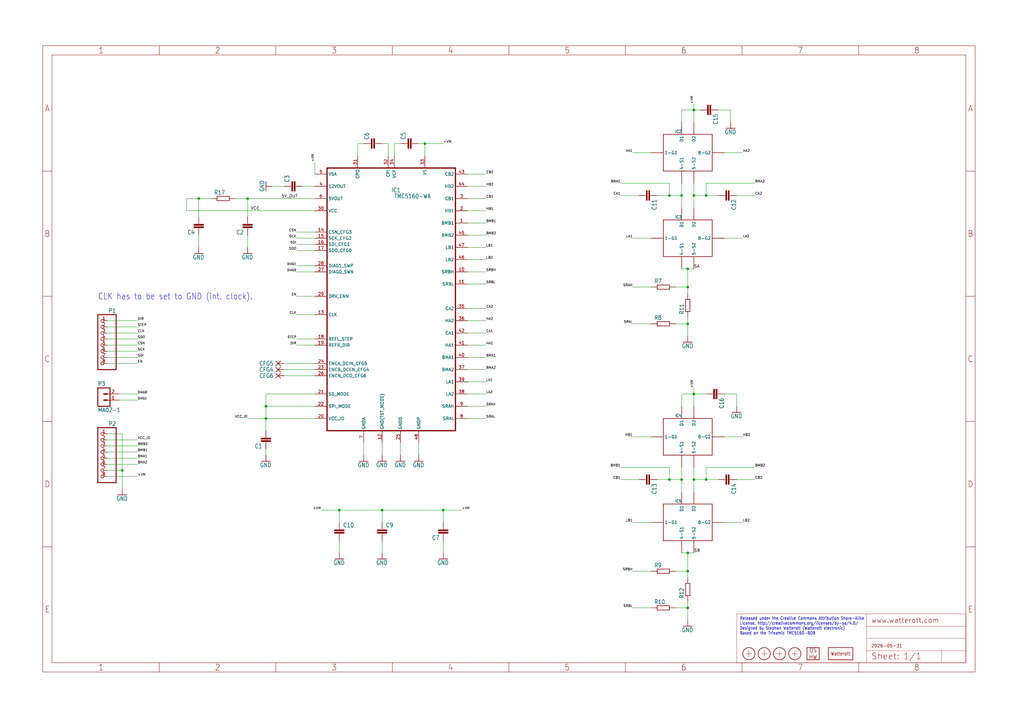
<source format=kicad_sch>
(kicad_sch (version 20231120) (generator "eeschema") (generator_version "8.0")
  (paper "User" 425.45 298.602)
  (lib_symbols
    (symbol "SilentStepStick-TMC5160_v13-eagle-import:C-EUC0201"
      (property "Reference" "C" (at 1.524 0.381 0))
      (symbol "C-EUC0201_1_0"
        (rectangle (start -2.032 -2.032) (end 2.032 -1.524) (fill (type outline)))
        (rectangle (start -2.032 -1.016) (end 2.032 -0.508) (fill (type outline)))
        (polyline (pts (xy 0 -2.54) (xy 0 -2.032)) (stroke (width 0.1524)))
        (polyline (pts (xy 0 0) (xy 0 -0.508)) (stroke (width 0.1524)))
        (pin passive line (at 0 2.54 270) (length 2.54) (name "1") (number "1"))
        (pin passive line (at 0 -5.08 90) (length 2.54) (name "2") (number "2"))
      )
    )
    (symbol "SilentStepStick-TMC5160_v13-eagle-import:C-EUC0402"
      (property "Reference" "C" (at 1.524 0.381 0))
      (symbol "C-EUC0402_1_0"
        (rectangle (start -2.032 -2.032) (end 2.032 -1.524) (fill (type outline)))
        (rectangle (start -2.032 -1.016) (end 2.032 -0.508) (fill (type outline)))
        (polyline (pts (xy 0 -2.54) (xy 0 -2.032)) (stroke (width 0.1524)))
        (polyline (pts (xy 0 0) (xy 0 -0.508)) (stroke (width 0.1524)))
        (pin passive line (at 0 2.54 270) (length 2.54) (name "1") (number "1"))
        (pin passive line (at 0 -5.08 90) (length 2.54) (name "2") (number "2"))
      )
    )
    (symbol "SilentStepStick-TMC5160_v13-eagle-import:C-EUC0805"
      (property "Reference" "C" (at 1.524 0.381 0))
      (symbol "C-EUC0805_1_0"
        (rectangle (start -2.032 -2.032) (end 2.032 -1.524) (fill (type outline)))
        (rectangle (start -2.032 -1.016) (end 2.032 -0.508) (fill (type outline)))
        (polyline (pts (xy 0 -2.54) (xy 0 -2.032)) (stroke (width 0.1524)))
        (polyline (pts (xy 0 0) (xy 0 -0.508)) (stroke (width 0.1524)))
        (pin passive line (at 0 2.54 270) (length 2.54) (name "1") (number "1"))
        (pin passive line (at 0 -5.08 90) (length 2.54) (name "2") (number "2"))
      )
    )
    (symbol "SilentStepStick-TMC5160_v13-eagle-import:FDMC8030"
      (property "Reference" "IC" (at -5.334 8.128 0))
      (symbol "FDMC8030_1_0"
        (polyline (pts (xy -10.16 -7.62) (xy 10.16 -7.62)) (stroke (width 0.254)))
        (polyline (pts (xy -10.16 7.62) (xy -10.16 -7.62)) (stroke (width 0.254)))
        (polyline (pts (xy 10.16 -7.62) (xy 10.16 7.62)) (stroke (width 0.254)))
        (polyline (pts (xy 10.16 7.62) (xy -10.16 7.62)) (stroke (width 0.254)))
        (pin bidirectional line (at -15.24 0 0) (length 5.08) (name "1-G1") (number "P$1"))
        (pin bidirectional line (at -2.54 -12.7 90) (length 5.08) (name "4-S1") (number "P$4"))
        (pin bidirectional line (at 2.54 -12.7 90) (length 5.08) (name "5-S2") (number "P$5"))
        (pin bidirectional line (at 15.24 0 180) (length 5.08) (name "8-G2") (number "P$8"))
        (pin bidirectional line (at -2.54 12.7 270) (length 5.08) (name "D1") (number "P$D1"))
        (pin bidirectional line (at 2.54 12.7 270) (length 5.08) (name "D2") (number "P$D2"))
      )
    )
    (symbol "SilentStepStick-TMC5160_v13-eagle-import:FRAME-A3L"
      (symbol "FRAME-A3L_1_0"
        (polyline (pts (xy 0 52.07) (xy 3.81 52.07)))
        (polyline (pts (xy 0 104.14) (xy 3.81 104.14)))
        (polyline (pts (xy 0 156.21) (xy 3.81 156.21)))
        (polyline (pts (xy 0 208.28) (xy 3.81 208.28)))
        (polyline (pts (xy 3.81 3.81) (xy 3.81 256.54)))
        (polyline (pts (xy 48.4188 0) (xy 48.4188 3.81)))
        (polyline (pts (xy 48.4188 256.54) (xy 48.4188 260.35)))
        (polyline (pts (xy 96.8375 0) (xy 96.8375 3.81)))
        (polyline (pts (xy 96.8375 256.54) (xy 96.8375 260.35)))
        (polyline (pts (xy 145.2563 0) (xy 145.2563 3.81)))
        (polyline (pts (xy 145.2563 256.54) (xy 145.2563 260.35)))
        (polyline (pts (xy 193.675 0) (xy 193.675 3.81)))
        (polyline (pts (xy 193.675 256.54) (xy 193.675 260.35)))
        (polyline (pts (xy 242.0938 0) (xy 242.0938 3.81)))
        (polyline (pts (xy 242.0938 256.54) (xy 242.0938 260.35)))
        (polyline (pts (xy 288.29 3.81) (xy 288.29 24.13)) (stroke (width 0.1016)))
        (polyline (pts (xy 288.29 3.81) (xy 342.265 3.81)) (stroke (width 0.1016)))
        (polyline (pts (xy 288.29 24.13) (xy 342.265 24.13)) (stroke (width 0.1016)))
        (polyline (pts (xy 290.5125 0) (xy 290.5125 3.81)))
        (polyline (pts (xy 290.5125 256.54) (xy 290.5125 260.35)))
        (polyline (pts (xy 338.9313 0) (xy 338.9313 3.81)))
        (polyline (pts (xy 338.9313 256.54) (xy 338.9313 260.35)))
        (polyline (pts (xy 342.265 3.81) (xy 373.38 3.81)) (stroke (width 0.1016)))
        (polyline (pts (xy 342.265 8.89) (xy 342.265 3.81)) (stroke (width 0.1016)))
        (polyline (pts (xy 342.265 8.89) (xy 342.265 13.97)) (stroke (width 0.1016)))
        (polyline (pts (xy 342.265 13.97) (xy 342.265 19.05)) (stroke (width 0.1016)))
        (polyline (pts (xy 342.265 13.97) (xy 383.54 13.97)) (stroke (width 0.1016)))
        (polyline (pts (xy 342.265 19.05) (xy 342.265 24.13)) (stroke (width 0.1016)))
        (polyline (pts (xy 342.265 19.05) (xy 383.54 19.05)) (stroke (width 0.1016)))
        (polyline (pts (xy 342.265 24.13) (xy 383.54 24.13)) (stroke (width 0.1016)))
        (polyline (pts (xy 373.38 3.81) (xy 373.38 8.89)) (stroke (width 0.1016)))
        (polyline (pts (xy 373.38 3.81) (xy 383.54 3.81)) (stroke (width 0.1016)))
        (polyline (pts (xy 373.38 8.89) (xy 342.265 8.89)) (stroke (width 0.1016)))
        (polyline (pts (xy 373.38 8.89) (xy 383.54 8.89)) (stroke (width 0.1016)))
        (polyline (pts (xy 383.54 3.81) (xy 3.81 3.81)))
        (polyline (pts (xy 383.54 3.81) (xy 383.54 8.89)) (stroke (width 0.1016)))
        (polyline (pts (xy 383.54 3.81) (xy 383.54 256.54)))
        (polyline (pts (xy 383.54 8.89) (xy 383.54 13.97)) (stroke (width 0.1016)))
        (polyline (pts (xy 383.54 13.97) (xy 383.54 19.05)) (stroke (width 0.1016)))
        (polyline (pts (xy 383.54 19.05) (xy 383.54 24.13)) (stroke (width 0.1016)))
        (polyline (pts (xy 383.54 52.07) (xy 387.35 52.07)))
        (polyline (pts (xy 383.54 104.14) (xy 387.35 104.14)))
        (polyline (pts (xy 383.54 156.21) (xy 387.35 156.21)))
        (polyline (pts (xy 383.54 208.28) (xy 387.35 208.28)))
        (polyline (pts (xy 383.54 256.54) (xy 3.81 256.54)))
        (polyline (pts (xy 0 0) (xy 387.35 0) (xy 387.35 260.35) (xy 0 260.35) (xy 0 0)))
        (text "${#}/${##}" (at 357.505 5.08 0) (effects (font (size 2.54 2.54)) (justify left bottom)))
        (text "${CURRENT_DATE}" (at 344.17 10.16 0) (effects (font (size 1.27 1.27)) (justify left bottom)))
        (text "${PROJECTNAME}" (at 344.17 15.24 0) (effects (font (size 1.27 1.27)) (justify left bottom)))
        (text "1" (at 24.2094 1.905 0) (effects (font (size 2.54 2.286))))
        (text "1" (at 24.2094 258.445 0) (effects (font (size 2.54 2.286))))
        (text "2" (at 72.6281 1.905 0) (effects (font (size 2.54 2.286))))
        (text "2" (at 72.6281 258.445 0) (effects (font (size 2.54 2.286))))
        (text "3" (at 121.0469 1.905 0) (effects (font (size 2.54 2.286))))
        (text "3" (at 121.0469 258.445 0) (effects (font (size 2.54 2.286))))
        (text "4" (at 169.4656 1.905 0) (effects (font (size 2.54 2.286))))
        (text "4" (at 169.4656 258.445 0) (effects (font (size 2.54 2.286))))
        (text "5" (at 217.8844 1.905 0) (effects (font (size 2.54 2.286))))
        (text "5" (at 217.8844 258.445 0) (effects (font (size 2.54 2.286))))
        (text "6" (at 266.3031 1.905 0) (effects (font (size 2.54 2.286))))
        (text "6" (at 266.3031 258.445 0) (effects (font (size 2.54 2.286))))
        (text "7" (at 314.7219 1.905 0) (effects (font (size 2.54 2.286))))
        (text "7" (at 314.7219 258.445 0) (effects (font (size 2.54 2.286))))
        (text "8" (at 363.1406 1.905 0) (effects (font (size 2.54 2.286))))
        (text "8" (at 363.1406 258.445 0) (effects (font (size 2.54 2.286))))
        (text "A" (at 1.905 234.315 0) (effects (font (size 2.54 2.286))))
        (text "A" (at 385.445 234.315 0) (effects (font (size 2.54 2.286))))
        (text "B" (at 1.905 182.245 0) (effects (font (size 2.54 2.286))))
        (text "B" (at 385.445 182.245 0) (effects (font (size 2.54 2.286))))
        (text "C" (at 1.905 130.175 0) (effects (font (size 2.54 2.286))))
        (text "C" (at 385.445 130.175 0) (effects (font (size 2.54 2.286))))
        (text "D" (at 1.905 78.105 0) (effects (font (size 2.54 2.286))))
        (text "D" (at 385.445 78.105 0) (effects (font (size 2.54 2.286))))
        (text "E" (at 1.905 26.035 0) (effects (font (size 2.54 2.286))))
        (text "E" (at 385.445 26.035 0) (effects (font (size 2.54 2.286))))
        (text "Sheet:" (at 344.17 5.08 0) (effects (font (size 2.54 2.54)) (justify left bottom)))
        (text "www.watterott.com" (at 344.17 20.32 0) (effects (font (size 2.032 2.032)) (justify left bottom)))
      )
    )
    (symbol "SilentStepStick-TMC5160_v13-eagle-import:GND" (power)
      (symbol "GND_1_0"
        (polyline (pts (xy -1.905 0) (xy 1.905 0)) (stroke (width 0.254)))
        (pin power_in line (at 0 2.54 270) (length 2.54) (name "GND") (number "1"))
      )
    )
    (symbol "SilentStepStick-TMC5160_v13-eagle-import:LOGO_OSHW-2"
      (symbol "LOGO_OSHW-2_1_0"
        (polyline (pts (xy -2.54 -2.54) (xy -2.54 2.54)) (stroke (width 0.254)))
        (polyline (pts (xy -2.54 2.54) (xy 2.54 2.54)) (stroke (width 0.254)))
        (polyline (pts (xy 2.54 -2.54) (xy -2.54 -2.54)) (stroke (width 0.254)))
        (polyline (pts (xy 2.54 2.54) (xy 2.54 -2.54)) (stroke (width 0.254)))
        (text "OS\nHW" (at 0 0 0) (effects (font (size 1.778 1.5113))))
      )
    )
    (symbol "SilentStepStick-TMC5160_v13-eagle-import:LOGO_SPARK-2"
      (symbol "LOGO_SPARK-2_1_0"
        (polyline (pts (xy -5.08 -2.54) (xy -5.08 2.54)) (stroke (width 0.254)))
        (polyline (pts (xy -5.08 2.54) (xy 5.08 2.54)) (stroke (width 0.254)))
        (polyline (pts (xy 5.08 -2.54) (xy -5.08 -2.54)) (stroke (width 0.254)))
        (polyline (pts (xy 5.08 2.54) (xy 5.08 -2.54)) (stroke (width 0.254)))
        (text "Watterott" (at 0 0 0) (effects (font (size 1.4224 1.209))))
      )
    )
    (symbol "SilentStepStick-TMC5160_v13-eagle-import:MA02-1"
      (property "Reference" "J" (at -1.27 3.302 0))
      (symbol "MA02-1_1_0"
        (polyline (pts (xy -1.27 2.54) (xy -1.27 -5.08)) (stroke (width 0.4064)))
        (polyline (pts (xy -1.27 2.54) (xy 3.81 2.54)) (stroke (width 0.4064)))
        (polyline (pts (xy 1.27 -2.54) (xy 2.54 -2.54)) (stroke (width 0.6096)))
        (polyline (pts (xy 1.27 0) (xy 2.54 0)) (stroke (width 0.6096)))
        (polyline (pts (xy 3.81 -5.08) (xy -1.27 -5.08)) (stroke (width 0.4064)))
        (polyline (pts (xy 3.81 -5.08) (xy 3.81 2.54)) (stroke (width 0.4064)))
        (pin passive line (at 7.62 -2.54 180) (length 5.08) (name "1") (number "1"))
        (pin passive line (at 7.62 0 180) (length 5.08) (name "2") (number "2"))
      )
    )
    (symbol "SilentStepStick-TMC5160_v13-eagle-import:PAD-0.5_NC"
      (property "Reference" "X" (at -1.905 0 0))
      (symbol "PAD-0.5_NC_1_0"
        (polyline (pts (xy -1.016 -1.016) (xy 1.016 1.016)) (stroke (width 0.254)))
        (polyline (pts (xy -1.016 1.016) (xy 1.016 -1.016)) (stroke (width 0.254)))
        (pin passive line (at 2.54 0 180) (length 2.54) (name "P") (number "1"))
      )
    )
    (symbol "SilentStepStick-TMC5160_v13-eagle-import:PASSER-04"
      (symbol "PASSER-04_1_0"
        (polyline (pts (xy -1.016 0) (xy 1.27 0)) (stroke (width 0.127)))
        (polyline (pts (xy 0 1.27) (xy 0 -1.27)) (stroke (width 0.127)))
        (circle (center 0 0) (radius 2.54) (stroke (width 0.254)))
      )
    )
    (symbol "SilentStepStick-TMC5160_v13-eagle-import:PINHD-1X08_2.54-S"
      (property "Reference" "JP" (at -6.35 13.335 0))
      (symbol "PINHD-1X08_2.54-S_1_0"
        (polyline (pts (xy -6.35 -10.16) (xy 1.27 -10.16)) (stroke (width 0.4064)))
        (polyline (pts (xy -6.35 12.7) (xy -6.35 -10.16)) (stroke (width 0.4064)))
        (polyline (pts (xy 1.27 -10.16) (xy 1.27 12.7)) (stroke (width 0.4064)))
        (polyline (pts (xy 1.27 12.7) (xy -6.35 12.7)) (stroke (width 0.4064)))
        (pin passive inverted (at -2.54 10.16 0) (length 2.54) (name "1") (number "1"))
        (pin passive inverted (at -2.54 7.62 0) (length 2.54) (name "2") (number "2"))
        (pin passive inverted (at -2.54 5.08 0) (length 2.54) (name "3") (number "3"))
        (pin passive inverted (at -2.54 2.54 0) (length 2.54) (name "4") (number "4"))
        (pin passive inverted (at -2.54 0 0) (length 2.54) (name "5") (number "5"))
        (pin passive inverted (at -2.54 -2.54 0) (length 2.54) (name "6") (number "6"))
        (pin passive inverted (at -2.54 -5.08 0) (length 2.54) (name "7") (number "7"))
        (pin passive inverted (at -2.54 -7.62 0) (length 2.54) (name "8") (number "8"))
      )
    )
    (symbol "SilentStepStick-TMC5160_v13-eagle-import:R-EU_R0402"
      (property "Reference" "R" (at -3.81 1.4986 0))
      (symbol "R-EU_R0402_1_0"
        (polyline (pts (xy -2.54 -0.889) (xy -2.54 0.889)) (stroke (width 0.254)))
        (polyline (pts (xy -2.54 -0.889) (xy 2.54 -0.889)) (stroke (width 0.254)))
        (polyline (pts (xy 2.54 -0.889) (xy 2.54 0.889)) (stroke (width 0.254)))
        (polyline (pts (xy 2.54 0.889) (xy -2.54 0.889)) (stroke (width 0.254)))
        (pin passive line (at -5.08 0 0) (length 2.54) (name "1") (number "1"))
        (pin passive line (at 5.08 0 180) (length 2.54) (name "2") (number "2"))
      )
    )
    (symbol "SilentStepStick-TMC5160_v13-eagle-import:R-EU_R1206"
      (property "Reference" "R" (at -3.81 1.4986 0))
      (symbol "R-EU_R1206_1_0"
        (polyline (pts (xy -2.54 -0.889) (xy -2.54 0.889)) (stroke (width 0.254)))
        (polyline (pts (xy -2.54 -0.889) (xy 2.54 -0.889)) (stroke (width 0.254)))
        (polyline (pts (xy 2.54 -0.889) (xy 2.54 0.889)) (stroke (width 0.254)))
        (polyline (pts (xy 2.54 0.889) (xy -2.54 0.889)) (stroke (width 0.254)))
        (pin passive line (at -5.08 0 0) (length 2.54) (name "1") (number "1"))
        (pin passive line (at 5.08 0 180) (length 2.54) (name "2") (number "2"))
      )
    )
    (symbol "SilentStepStick-TMC5160_v13-eagle-import:TMC5160-WA"
      (property "Reference" "IC" (at 31.75 -7.62 0))
      (symbol "TMC5160-WA_1_0"
        (polyline (pts (xy 5.08 -106.68) (xy 58.42 -106.68)) (stroke (width 0.51)))
        (polyline (pts (xy 5.08 2.54) (xy 5.08 -106.68)) (stroke (width 0.51)))
        (polyline (pts (xy 58.42 -106.68) (xy 58.42 2.54)) (stroke (width 0.51)))
        (polyline (pts (xy 58.42 2.54) (xy 5.08 2.54)) (stroke (width 0.51)))
        (pin input line (at 63.5 -20.32 180) (length 5.08) (name "BMB1") (number "1"))
        (pin input line (at 63.5 -40.64 180) (length 5.08) (name "SRBH") (number "10"))
        (pin input line (at 63.5 -45.72 180) (length 5.08) (name "SRBL") (number "11"))
        (pin input line (at 27.94 -111.76 90) (length 5.08) (name "GND(TST_MODE)") (number "12"))
        (pin input line (at 0 -58.42 0) (length 5.08) (name "CLK") (number "13"))
        (pin input line (at 0 -24.13 0) (length 5.08) (name "CSN_CFG3") (number "14"))
        (pin input line (at 0 -26.67 0) (length 5.08) (name "SCK_CFG2") (number "15"))
        (pin input line (at 0 -29.21 0) (length 5.08) (name "SDI_CFG1") (number "16"))
        (pin bidirectional line (at 0 -31.75 0) (length 5.08) (name "SDO_CFG0") (number "17"))
        (pin input line (at 0 -68.58 0) (length 5.08) (name "REFL_STEP") (number "18"))
        (pin input line (at 0 -71.12 0) (length 5.08) (name "REFR_DIR") (number "19"))
        (pin output line (at 63.5 -15.24 180) (length 5.08) (name "HB1") (number "2"))
        (pin power_in line (at 0 -101.6 0) (length 5.08) (name "VCC_IO") (number "20"))
        (pin input line (at 0 -91.44 0) (length 5.08) (name "SD_MODE") (number "21"))
        (pin input line (at 0 -96.52 0) (length 5.08) (name "SPI_MODE") (number "22"))
        (pin input line (at 0 -81.28 0) (length 5.08) (name "ENCB_DCEN_CFG4") (number "23"))
        (pin input line (at 0 -78.74 0) (length 5.08) (name "ENCA_DCIN_CFG5") (number "24"))
        (pin power_in line (at 35.56 -111.76 90) (length 5.08) (name "GNDD") (number "25"))
        (pin bidirectional line (at 0 -83.82 0) (length 5.08) (name "ENCN_DCO_CFG6") (number "26"))
        (pin bidirectional line (at 0 -40.64 0) (length 5.08) (name "DIAG0_SWN") (number "27"))
        (pin bidirectional line (at 0 -38.1 0) (length 5.08) (name "DIAG1_SWP") (number "28"))
        (pin input line (at 0 -50.8 0) (length 5.08) (name "DRV_ENN") (number "29"))
        (pin input line (at 63.5 -10.16 180) (length 5.08) (name "CB1") (number "3"))
        (pin power_in line (at 0 -15.24 0) (length 5.08) (name "VCC") (number "30"))
        (pin input line (at 17.78 7.62 270) (length 5.08) (name "CPO") (number "31"))
        (pin input line (at 30.48 7.62 270) (length 5.08) (name "CPI") (number "32"))
        (pin power_in line (at 45.72 7.62 270) (length 5.08) (name "VS") (number "33"))
        (pin input line (at 33.02 7.62 270) (length 5.08) (name "VCP") (number "34"))
        (pin input line (at 63.5 -55.88 180) (length 5.08) (name "CA2") (number "35"))
        (pin output line (at 63.5 -60.96 180) (length 5.08) (name "HA2") (number "36"))
        (pin input line (at 63.5 -81.28 180) (length 5.08) (name "BMA2") (number "37"))
        (pin output line (at 63.5 -91.44 180) (length 5.08) (name "LA2") (number "38"))
        (pin output line (at 63.5 -86.36 180) (length 5.08) (name "LA1") (number "39"))
        (pin bidirectional line (at 0 -5.08 0) (length 5.08) (name "12VOUT") (number "4"))
        (pin input line (at 63.5 -76.2 180) (length 5.08) (name "BMA1") (number "40"))
        (pin output line (at 63.5 -71.12 180) (length 5.08) (name "HA1") (number "41"))
        (pin input line (at 63.5 -66.04 180) (length 5.08) (name "CA1") (number "42"))
        (pin input line (at 63.5 0 180) (length 5.08) (name "CB2") (number "43"))
        (pin output line (at 63.5 -5.08 180) (length 5.08) (name "HB2") (number "44"))
        (pin input line (at 63.5 -25.4 180) (length 5.08) (name "BMB2") (number "45"))
        (pin output line (at 63.5 -35.56 180) (length 5.08) (name "LB2") (number "46"))
        (pin output line (at 63.5 -30.48 180) (length 5.08) (name "LB1") (number "47"))
        (pin power_in line (at 43.18 -111.76 90) (length 5.08) (name "GNDP") (number "48"))
        (pin power_in line (at 0 0 0) (length 5.08) (name "VSA") (number "5"))
        (pin bidirectional line (at 0 -10.16 0) (length 5.08) (name "5VOUT") (number "6"))
        (pin power_in line (at 20.32 -111.76 90) (length 5.08) (name "GNDA") (number "7"))
        (pin input line (at 63.5 -101.6 180) (length 5.08) (name "SRAL") (number "8"))
        (pin input line (at 63.5 -96.52 180) (length 5.08) (name "SRAH") (number "9"))
      )
    )
  )
  (junction (at 293.37 199.39))
  (junction (at 288.29 81.28))
  (junction (at 285.75 237.49))
  (junction (at 285.75 134.62))
  (junction (at 110.49 168.91))
  (junction (at 278.13 199.39))
  (junction (at 293.37 81.28))
  (junction (at 102.87 82.55))
  (junction (at 285.75 111.76))
  (junction (at 285.75 119.38))
  (junction (at 285.75 252.73))
  (junction (at 288.29 45.72))
  (junction (at 288.29 163.83))
  (junction (at 82.55 82.55))
  (junction (at 176.53 59.69))
  (junction (at 288.29 199.39))
  (junction (at 285.75 229.87))
  (junction (at 158.75 212.09))
  (junction (at 50.8 195.58))
  (junction (at 140.97 212.09))
  (junction (at 283.21 199.39))
  (junction (at 283.21 81.28))
  (junction (at 184.15 212.09))
  (junction (at 278.13 81.28))
  (junction (at 110.49 173.99))
  (wire (pts (xy 308.61 181.61) (xy 300.99 181.61)) (stroke (width 0.1524)))
  (wire (pts (xy 283.21 45.72) (xy 283.21 50.8)) (stroke (width 0.1524)))
  (wire (pts (xy 278.13 81.28) (xy 273.05 81.28)) (stroke (width 0.1524)))
  (wire (pts (xy 130.81 77.47) (xy 125.73 77.47)) (stroke (width 0.1524)))
  (wire (pts (xy 308.61 63.5) (xy 300.99 63.5)) (stroke (width 0.1524)))
  (wire (pts (xy 194.31 148.59) (xy 201.93 148.59)) (stroke (width 0.1524)))
  (wire (pts (xy 110.49 173.99) (xy 110.49 179.07)) (stroke (width 0.1524)))
  (wire (pts (xy 49.53 166.37) (xy 57.15 166.37)) (stroke (width 0.1524)))
  (wire (pts (xy 173.99 59.69) (xy 176.53 59.69)) (stroke (width 0.1524)))
  (wire (pts (xy 130.81 173.99) (xy 110.49 173.99)) (stroke (width 0.1524)))
  (wire (pts (xy 194.31 77.47) (xy 201.93 77.47)) (stroke (width 0.1524)))
  (wire (pts (xy 130.81 110.49) (xy 123.19 110.49)) (stroke (width 0.1524)))
  (wire (pts (xy 288.29 81.28) (xy 288.29 86.36)) (stroke (width 0.1524)))
  (wire (pts (xy 87.63 82.55) (xy 82.55 82.55)) (stroke (width 0.1524)))
  (wire (pts (xy 285.75 229.87) (xy 285.75 237.49)) (stroke (width 0.1524)))
  (wire (pts (xy 194.31 113.03) (xy 201.93 113.03)) (stroke (width 0.1524)))
  (wire (pts (xy 163.83 64.77) (xy 163.83 59.69)) (stroke (width 0.1524)))
  (wire (pts (xy 293.37 76.2) (xy 313.69 76.2)) (stroke (width 0.1524)))
  (wire (pts (xy 270.51 99.06) (xy 262.89 99.06)) (stroke (width 0.1524)))
  (wire (pts (xy 130.81 104.14) (xy 123.19 104.14)) (stroke (width 0.1524)))
  (wire (pts (xy 288.29 163.83) (xy 288.29 161.29)) (stroke (width 0.1524)))
  (wire (pts (xy 293.37 76.2) (xy 293.37 81.28)) (stroke (width 0.1524)))
  (wire (pts (xy 283.21 194.31) (xy 283.21 199.39)) (stroke (width 0.1524)))
  (wire (pts (xy 151.13 184.15) (xy 151.13 189.23)) (stroke (width 0.1524)))
  (wire (pts (xy 44.45 185.42) (xy 57.15 185.42)) (stroke (width 0.1524)))
  (wire (pts (xy 184.15 212.09) (xy 191.77 212.09)) (stroke (width 0.1524)))
  (wire (pts (xy 44.45 198.12) (xy 57.15 198.12)) (stroke (width 0.1524)))
  (wire (pts (xy 194.31 102.87) (xy 201.93 102.87)) (stroke (width 0.1524)))
  (wire (pts (xy 306.07 199.39) (xy 313.69 199.39)) (stroke (width 0.1524)))
  (wire (pts (xy 285.75 111.76) (xy 288.29 111.76)) (stroke (width 0.1524)))
  (wire (pts (xy 283.21 111.76) (xy 285.75 111.76)) (stroke (width 0.1524)))
  (wire (pts (xy 285.75 134.62) (xy 280.67 134.62)) (stroke (width 0.1524)))
  (wire (pts (xy 163.83 59.69) (xy 166.37 59.69)) (stroke (width 0.1524)))
  (wire (pts (xy 293.37 81.28) (xy 288.29 81.28)) (stroke (width 0.1524)))
  (wire (pts (xy 278.13 199.39) (xy 273.05 199.39)) (stroke (width 0.1524)))
  (wire (pts (xy 265.43 199.39) (xy 257.81 199.39)) (stroke (width 0.1524)))
  (wire (pts (xy 161.29 64.77) (xy 161.29 59.69)) (stroke (width 0.1524)))
  (wire (pts (xy 285.75 229.87) (xy 288.29 229.87)) (stroke (width 0.1524)))
  (wire (pts (xy 306.07 163.83) (xy 300.99 163.83)) (stroke (width 0.1524)))
  (wire (pts (xy 161.29 59.69) (xy 158.75 59.69)) (stroke (width 0.1524)))
  (wire (pts (xy 194.31 153.67) (xy 201.93 153.67)) (stroke (width 0.1524)))
  (wire (pts (xy 97.79 82.55) (xy 102.87 82.55)) (stroke (width 0.1524)))
  (wire (pts (xy 285.75 237.49) (xy 285.75 240.03)) (stroke (width 0.1524)))
  (wire (pts (xy 194.31 133.35) (xy 201.93 133.35)) (stroke (width 0.1524)))
  (wire (pts (xy 50.8 180.34) (xy 50.8 195.58)) (stroke (width 0.1524)))
  (wire (pts (xy 308.61 99.06) (xy 300.99 99.06)) (stroke (width 0.1524)))
  (wire (pts (xy 140.97 212.09) (xy 158.75 212.09)) (stroke (width 0.1524)))
  (wire (pts (xy 288.29 194.31) (xy 288.29 199.39)) (stroke (width 0.1524)))
  (wire (pts (xy 130.81 156.21) (xy 118.11 156.21)) (stroke (width 0.1524)))
  (wire (pts (xy 283.21 229.87) (xy 285.75 229.87)) (stroke (width 0.1524)))
  (wire (pts (xy 102.87 173.99) (xy 110.49 173.99)) (stroke (width 0.1524)))
  (wire (pts (xy 283.21 81.28) (xy 283.21 86.36)) (stroke (width 0.1524)))
  (wire (pts (xy 278.13 194.31) (xy 257.81 194.31)) (stroke (width 0.1524)))
  (wire (pts (xy 130.81 72.39) (xy 130.81 67.31)) (stroke (width 0.1524)))
  (wire (pts (xy 194.31 138.43) (xy 201.93 138.43)) (stroke (width 0.1524)))
  (wire (pts (xy 82.55 97.79) (xy 82.55 102.87)) (stroke (width 0.1524)))
  (wire (pts (xy 44.45 146.05) (xy 57.15 146.05)) (stroke (width 0.1524)))
  (wire (pts (xy 176.53 59.69) (xy 176.53 64.77)) (stroke (width 0.1524)))
  (wire (pts (xy 194.31 92.71) (xy 201.93 92.71)) (stroke (width 0.1524)))
  (wire (pts (xy 77.47 87.63) (xy 130.81 87.63)) (stroke (width 0.1524)))
  (wire (pts (xy 194.31 168.91) (xy 201.93 168.91)) (stroke (width 0.1524)))
  (wire (pts (xy 130.81 96.52) (xy 123.19 96.52)) (stroke (width 0.1524)))
  (wire (pts (xy 140.97 212.09) (xy 140.97 217.17)) (stroke (width 0.1524)))
  (wire (pts (xy 148.59 59.69) (xy 151.13 59.69)) (stroke (width 0.1524)))
  (wire (pts (xy 110.49 186.69) (xy 110.49 189.23)) (stroke (width 0.1524)))
  (wire (pts (xy 130.81 101.6) (xy 123.19 101.6)) (stroke (width 0.1524)))
  (wire (pts (xy 130.81 99.06) (xy 123.19 99.06)) (stroke (width 0.1524)))
  (wire (pts (xy 306.07 81.28) (xy 313.69 81.28)) (stroke (width 0.1524)))
  (wire (pts (xy 265.43 81.28) (xy 257.81 81.28)) (stroke (width 0.1524)))
  (wire (pts (xy 280.67 119.38) (xy 285.75 119.38)) (stroke (width 0.1524)))
  (wire (pts (xy 306.07 163.83) (xy 306.07 168.91)) (stroke (width 0.1524)))
  (wire (pts (xy 285.75 132.08) (xy 285.75 134.62)) (stroke (width 0.1524)))
  (wire (pts (xy 285.75 119.38) (xy 285.75 121.92)) (stroke (width 0.1524)))
  (wire (pts (xy 158.75 224.79) (xy 158.75 229.87)) (stroke (width 0.1524)))
  (wire (pts (xy 283.21 199.39) (xy 283.21 204.47)) (stroke (width 0.1524)))
  (wire (pts (xy 270.51 252.73) (xy 262.89 252.73)) (stroke (width 0.1524)))
  (wire (pts (xy 194.31 118.11) (xy 201.93 118.11)) (stroke (width 0.1524)))
  (wire (pts (xy 270.51 63.5) (xy 262.89 63.5)) (stroke (width 0.1524)))
  (wire (pts (xy 130.81 130.81) (xy 123.19 130.81)) (stroke (width 0.1524)))
  (wire (pts (xy 118.11 77.47) (xy 113.03 77.47)) (stroke (width 0.1524)))
  (wire (pts (xy 130.81 163.83) (xy 110.49 163.83)) (stroke (width 0.1524)))
  (wire (pts (xy 270.51 237.49) (xy 262.89 237.49)) (stroke (width 0.1524)))
  (wire (pts (xy 290.83 45.72) (xy 288.29 45.72)) (stroke (width 0.1524)))
  (wire (pts (xy 288.29 45.72) (xy 288.29 43.18)) (stroke (width 0.1524)))
  (wire (pts (xy 158.75 212.09) (xy 158.75 217.17)) (stroke (width 0.1524)))
  (wire (pts (xy 130.81 113.03) (xy 123.19 113.03)) (stroke (width 0.1524)))
  (wire (pts (xy 130.81 153.67) (xy 118.11 153.67)) (stroke (width 0.1524)))
  (wire (pts (xy 194.31 107.95) (xy 201.93 107.95)) (stroke (width 0.1524)))
  (wire (pts (xy 148.59 64.77) (xy 148.59 59.69)) (stroke (width 0.1524)))
  (wire (pts (xy 102.87 97.79) (xy 102.87 102.87)) (stroke (width 0.1524)))
  (wire (pts (xy 298.45 81.28) (xy 293.37 81.28)) (stroke (width 0.1524)))
  (wire (pts (xy 44.45 151.13) (xy 57.15 151.13)) (stroke (width 0.1524)))
  (wire (pts (xy 110.49 173.99) (xy 110.49 168.91)) (stroke (width 0.1524)))
  (wire (pts (xy 44.45 143.51) (xy 57.15 143.51)) (stroke (width 0.1524)))
  (wire (pts (xy 44.45 133.35) (xy 57.15 133.35)) (stroke (width 0.1524)))
  (wire (pts (xy 278.13 76.2) (xy 257.81 76.2)) (stroke (width 0.1524)))
  (wire (pts (xy 44.45 140.97) (xy 57.15 140.97)) (stroke (width 0.1524)))
  (wire (pts (xy 283.21 76.2) (xy 283.21 81.28)) (stroke (width 0.1524)))
  (wire (pts (xy 288.29 163.83) (xy 283.21 163.83)) (stroke (width 0.1524)))
  (wire (pts (xy 283.21 199.39) (xy 278.13 199.39)) (stroke (width 0.1524)))
  (wire (pts (xy 173.99 184.15) (xy 173.99 189.23)) (stroke (width 0.1524)))
  (wire (pts (xy 194.31 72.39) (xy 201.93 72.39)) (stroke (width 0.1524)))
  (wire (pts (xy 184.15 212.09) (xy 184.15 217.17)) (stroke (width 0.1524)))
  (wire (pts (xy 194.31 128.27) (xy 201.93 128.27)) (stroke (width 0.1524)))
  (wire (pts (xy 102.87 90.17) (xy 102.87 82.55)) (stroke (width 0.1524)))
  (wire (pts (xy 194.31 82.55) (xy 201.93 82.55)) (stroke (width 0.1524)))
  (wire (pts (xy 130.81 82.55) (xy 102.87 82.55)) (stroke (width 0.1524)))
  (wire (pts (xy 77.47 82.55) (xy 77.47 87.63)) (stroke (width 0.1524)))
  (wire (pts (xy 293.37 199.39) (xy 293.37 194.31)) (stroke (width 0.1524)))
  (wire (pts (xy 308.61 217.17) (xy 300.99 217.17)) (stroke (width 0.1524)))
  (wire (pts (xy 184.15 224.79) (xy 184.15 229.87)) (stroke (width 0.1524)))
  (wire (pts (xy 270.51 134.62) (xy 262.89 134.62)) (stroke (width 0.1524)))
  (wire (pts (xy 158.75 184.15) (xy 158.75 189.23)) (stroke (width 0.1524)))
  (wire (pts (xy 278.13 81.28) (xy 278.13 76.2)) (stroke (width 0.1524)))
  (wire (pts (xy 285.75 134.62) (xy 285.75 139.7)) (stroke (width 0.1524)))
  (wire (pts (xy 50.8 195.58) (xy 50.8 203.2)) (stroke (width 0.1524)))
  (wire (pts (xy 44.45 195.58) (xy 50.8 195.58)) (stroke (width 0.1524)))
  (wire (pts (xy 298.45 45.72) (xy 303.53 45.72)) (stroke (width 0.1524)))
  (wire (pts (xy 288.29 45.72) (xy 283.21 45.72)) (stroke (width 0.1524)))
  (wire (pts (xy 283.21 163.83) (xy 283.21 168.91)) (stroke (width 0.1524)))
  (wire (pts (xy 194.31 163.83) (xy 201.93 163.83)) (stroke (width 0.1524)))
  (wire (pts (xy 270.51 181.61) (xy 262.89 181.61)) (stroke (width 0.1524)))
  (wire (pts (xy 44.45 182.88) (xy 57.15 182.88)) (stroke (width 0.1524)))
  (wire (pts (xy 44.45 148.59) (xy 57.15 148.59)) (stroke (width 0.1524)))
  (wire (pts (xy 110.49 163.83) (xy 110.49 168.91)) (stroke (width 0.1524)))
  (wire (pts (xy 82.55 82.55) (xy 77.47 82.55)) (stroke (width 0.1524)))
  (wire (pts (xy 293.37 163.83) (xy 288.29 163.83)) (stroke (width 0.1524)))
  (wire (pts (xy 44.45 193.04) (xy 57.15 193.04)) (stroke (width 0.1524)))
  (wire (pts (xy 288.29 199.39) (xy 288.29 204.47)) (stroke (width 0.1524)))
  (wire (pts (xy 194.31 87.63) (xy 201.93 87.63)) (stroke (width 0.1524)))
  (wire (pts (xy 133.35 212.09) (xy 140.97 212.09)) (stroke (width 0.1524)))
  (wire (pts (xy 130.81 140.97) (xy 123.19 140.97)) (stroke (width 0.1524)))
  (wire (pts (xy 270.51 217.17) (xy 262.89 217.17)) (stroke (width 0.1524)))
  (wire (pts (xy 158.75 212.09) (xy 184.15 212.09)) (stroke (width 0.1524)))
  (wire (pts (xy 288.29 76.2) (xy 288.29 81.28)) (stroke (width 0.1524)))
  (wire (pts (xy 130.81 123.19) (xy 123.19 123.19)) (stroke (width 0.1524)))
  (wire (pts (xy 285.75 252.73) (xy 280.67 252.73)) (stroke (width 0.1524)))
  (wire (pts (xy 44.45 190.5) (xy 57.15 190.5)) (stroke (width 0.1524)))
  (wire (pts (xy 44.45 180.34) (xy 50.8 180.34)) (stroke (width 0.1524)))
  (wire (pts (xy 278.13 199.39) (xy 278.13 194.31)) (stroke (width 0.1524)))
  (wire (pts (xy 49.53 163.83) (xy 57.15 163.83)) (stroke (width 0.1524)))
  (wire (pts (xy 293.37 194.31) (xy 313.69 194.31)) (stroke (width 0.1524)))
  (wire (pts (xy 82.55 82.55) (xy 82.55 90.17)) (stroke (width 0.1524)))
  (wire (pts (xy 283.21 81.28) (xy 278.13 81.28)) (stroke (width 0.1524)))
  (wire (pts (xy 194.31 143.51) (xy 201.93 143.51)) (stroke (width 0.1524)))
  (wire (pts (xy 288.29 45.72) (xy 288.29 50.8)) (stroke (width 0.1524)))
  (wire (pts (xy 130.81 151.13) (xy 118.11 151.13)) (stroke (width 0.1524)))
  (wire (pts (xy 285.75 237.49) (xy 280.67 237.49)) (stroke (width 0.1524)))
  (wire (pts (xy 285.75 111.76) (xy 285.75 119.38)) (stroke (width 0.1524)))
  (wire (pts (xy 140.97 224.79) (xy 140.97 229.87)) (stroke (width 0.1524)))
  (wire (pts (xy 166.37 184.15) (xy 166.37 189.23)) (stroke (width 0.1524)))
  (wire (pts (xy 270.51 119.38) (xy 262.89 119.38)) (stroke (width 0.1524)))
  (wire (pts (xy 288.29 163.83) (xy 288.29 168.91)) (stroke (width 0.1524)))
  (wire (pts (xy 194.31 173.99) (xy 201.93 173.99)) (stroke (width 0.1524)))
  (wire (pts (xy 303.53 45.72) (xy 303.53 50.8)) (stroke (width 0.1524)))
  (wire (pts (xy 285.75 250.19) (xy 285.75 252.73)) (stroke (width 0.1524)))
  (wire (pts (xy 298.45 199.39) (xy 293.37 199.39)) (stroke (width 0.1524)))
  (wire (pts (xy 44.45 135.89) (xy 57.15 135.89)) (stroke (width 0.1524)))
  (wire (pts (xy 130.81 143.51) (xy 123.19 143.51)) (stroke (width 0.1524)))
  (wire (pts (xy 293.37 199.39) (xy 288.29 199.39)) (stroke (width 0.1524)))
  (wire (pts (xy 194.31 158.75) (xy 201.93 158.75)) (stroke (width 0.1524)))
  (wire (pts (xy 44.45 138.43) (xy 57.15 138.43)) (stroke (width 0.1524)))
  (wire (pts (xy 44.45 187.96) (xy 57.15 187.96)) (stroke (width 0.1524)))
  (wire (pts (xy 285.75 252.73) (xy 285.75 257.81)) (stroke (width 0.1524)))
  (wire (pts (xy 110.49 168.91) (xy 130.81 168.91)) (stroke (width 0.1524)))
  (wire (pts (xy 176.53 59.69) (xy 184.15 59.69)) (stroke (width 0.1524)))
  (wire (pts (xy 194.31 97.79) (xy 201.93 97.79)) (stroke (width 0.1524)))
  (text "CLK has to be set to GND (int. clock)." (at 40.64 121.92 0) (effects (font (size 2.54 2.159)) (justify left top)))
  (text "Released under the Creative Commons Attribution Share-Alike\nLicense. http://creativecommons.org/licenses/by-sa/4.0/\nDesigned by Stephan Watterott (Watterott electronic)\nBased on the Trinamic TMC5160-BOB" (at 307.34 256.54 0) (effects (font (size 1.27 1.0795)) (justify left top)))
  (label "CB1" (at 257.81 199.39 180) (effects (font (size 0.9957 0.9957))))
  (label "DIR" (at 57.15 133.35 0) (effects (font (size 0.9957 0.9957))))
  (label "+VM" (at 288.29 161.29 90) (effects (font (size 0.9957 0.9957))))
  (label "BMB1" (at 257.81 194.31 180) (effects (font (size 0.9957 0.9957))))
  (label "SB" (at 288.29 229.87 0) (effects (font (size 1.2446 1.2446))))
  (label "CLK" (at 57.15 138.43 0) (effects (font (size 0.9957 0.9957))))
  (label "BMB2" (at 201.93 97.79 0) (effects (font (size 0.9957 0.9957))))
  (label "SRBH" (at 201.93 113.03 0) (effects (font (size 0.9957 0.9957))))
  (label "LA2" (at 201.93 163.83 0) (effects (font (size 0.9957 0.9957))))
  (label "CB2" (at 201.93 72.39 0) (effects (font (size 0.9957 0.9957))))
  (label "EN" (at 123.19 123.19 180) (effects (font (size 0.9957 0.9957))))
  (label "VCC" (at 104.14 87.63 0) (effects (font (size 1.2446 1.2446))))
  (label "CSN" (at 57.15 143.51 0) (effects (font (size 0.9957 0.9957))))
  (label "LA2" (at 308.61 99.06 0) (effects (font (size 0.9957 0.9957))))
  (label "HA1" (at 201.93 143.51 0) (effects (font (size 0.9957 0.9957))))
  (label "SDI" (at 57.15 148.59 0) (effects (font (size 0.9957 0.9957))))
  (label "STEP" (at 123.19 140.97 180) (effects (font (size 0.9957 0.9957))))
  (label "CA1" (at 257.81 81.28 180) (effects (font (size 0.9957 0.9957))))
  (label "SRAH" (at 201.93 168.91 0) (effects (font (size 0.9957 0.9957))))
  (label "HB1" (at 201.93 87.63 0) (effects (font (size 0.9957 0.9957))))
  (label "DIAG1" (at 123.19 110.49 180) (effects (font (size 0.889 0.889))))
  (label "SRBH" (at 262.89 237.49 180) (effects (font (size 0.9957 0.9957))))
  (label "LB1" (at 262.89 217.17 180) (effects (font (size 0.9957 0.9957))))
  (label "HA2" (at 308.61 63.5 0) (effects (font (size 0.9957 0.9957))))
  (label "SRAH" (at 262.89 119.38 180) (effects (font (size 0.9957 0.9957))))
  (label "HB2" (at 308.61 181.61 0) (effects (font (size 0.9957 0.9957))))
  (label "BMA2" (at 313.69 76.2 0) (effects (font (size 0.9957 0.9957))))
  (label "SRBL" (at 201.93 118.11 0) (effects (font (size 0.9957 0.9957))))
  (label "DIAG1" (at 57.15 166.37 0) (effects (font (size 0.889 0.889))))
  (label "LA1" (at 262.89 99.06 180) (effects (font (size 0.9957 0.9957))))
  (label "SRAL" (at 201.93 173.99 0) (effects (font (size 0.9957 0.9957))))
  (label "DIAG0" (at 57.15 163.83 0) (effects (font (size 0.889 0.889))))
  (label "STEP" (at 57.15 135.89 0) (effects (font (size 0.9957 0.9957))))
  (label "SCK" (at 57.15 146.05 0) (effects (font (size 0.9957 0.9957))))
  (label "SDI" (at 123.19 101.6 180) (effects (font (size 0.9957 0.9957))))
  (label "SCK" (at 123.19 99.06 180) (effects (font (size 0.9957 0.9957))))
  (label "+VM" (at 133.35 212.09 180) (effects (font (size 0.9957 0.9957))))
  (label "BMA2" (at 57.15 193.04 0) (effects (font (size 0.9957 0.9957))))
  (label "BMB1" (at 201.93 92.71 0) (effects (font (size 0.9957 0.9957))))
  (label "CB2" (at 313.69 199.39 0) (effects (font (size 0.9957 0.9957))))
  (label "HA2" (at 201.93 133.35 0) (effects (font (size 0.9957 0.9957))))
  (label "EN" (at 57.15 151.13 0) (effects (font (size 0.9957 0.9957))))
  (label "CLK" (at 123.19 130.81 180) (effects (font (size 0.9957 0.9957))))
  (label "BMB2" (at 57.15 185.42 0) (effects (font (size 0.9957 0.9957))))
  (label "VCC_IO" (at 57.15 182.88 0) (effects (font (size 0.9957 0.9957))))
  (label "+VM" (at 191.77 212.09 0) (effects (font (size 0.9957 0.9957))))
  (label "SDO" (at 57.15 140.97 0) (effects (font (size 0.9957 0.9957))))
  (label "LA1" (at 201.93 158.75 0) (effects (font (size 0.9957 0.9957))))
  (label "HB1" (at 262.89 181.61 180) (effects (font (size 0.9957 0.9957))))
  (label "BMA1" (at 201.93 148.59 0) (effects (font (size 0.9957 0.9957))))
  (label "BMA2" (at 201.93 153.67 0) (effects (font (size 0.9957 0.9957))))
  (label "CB1" (at 201.93 82.55 0) (effects (font (size 0.9957 0.9957))))
  (label "CA1" (at 201.93 138.43 0) (effects (font (size 0.9957 0.9957))))
  (label "HA1" (at 262.89 63.5 180) (effects (font (size 0.9957 0.9957))))
  (label "5V_OUT" (at 116.84 82.55 0) (effects (font (size 1.2446 1.2446))))
  (label "+VM" (at 184.15 59.69 0) (effects (font (size 0.9957 0.9957))))
  (label "DIAG0" (at 123.19 113.03 180) (effects (font (size 0.889 0.889))))
  (label "CSN" (at 123.19 96.52 180) (effects (font (size 0.9957 0.9957))))
  (label "LB2" (at 201.93 107.95 0) (effects (font (size 0.9957 0.9957))))
  (label "CA2" (at 201.93 128.27 0) (effects (font (size 0.9957 0.9957))))
  (label "LB2" (at 308.61 217.17 0) (effects (font (size 0.9957 0.9957))))
  (label "BMB2" (at 313.69 194.31 0) (effects (font (size 0.9957 0.9957))))
  (label "CA2" (at 313.69 81.28 0) (effects (font (size 0.9957 0.9957))))
  (label "+VM" (at 130.81 67.31 90) (effects (font (size 0.9957 0.9957))))
  (label "SDO" (at 123.19 104.14 180) (effects (font (size 0.9957 0.9957))))
  (label "DIR" (at 123.19 143.51 180) (effects (font (size 0.9957 0.9957))))
  (label "HB2" (at 201.93 77.47 0) (effects (font (size 0.9957 0.9957))))
  (label "BMA1" (at 57.15 190.5 0) (effects (font (size 0.9957 0.9957))))
  (label "BMA1" (at 257.81 76.2 180) (effects (font (size 0.9957 0.9957))))
  (label "+VM" (at 57.15 198.12 0) (effects (font (size 0.9957 0.9957))))
  (label "SRBL" (at 262.89 252.73 180) (effects (font (size 0.9957 0.9957))))
  (label "LB1" (at 201.93 102.87 0) (effects (font (size 0.9957 0.9957))))
  (label "VCC_IO" (at 102.87 173.99 180) (effects (font (size 0.9957 0.9957))))
  (label "SA" (at 288.29 111.76 0) (effects (font (size 1.2446 1.2446))))
  (label "BMB1" (at 57.15 187.96 0) (effects (font (size 0.9957 0.9957))))
  (label "SRAL" (at 262.89 134.62 180) (effects (font (size 0.9957 0.9957))))
  (label "+VM" (at 288.29 43.18 90) (effects (font (size 0.9957 0.9957))))
  (symbol (lib_id "SilentStepStick-TMC5160_v13-eagle-import:C-EUC0402") (at 303.53 81.28 270) (unit 1)
    (property "Reference" "C12" (at 303.911 82.804 0) (effects (font (size 1.778 1.5113)) (justify left bottom)))
    (property "Value" "C-EUC0402" (effects (hide yes)))
    (property "Footprint" "SilentStepStick-TMC5160_v13:C0402" (effects (hide yes)))
  )
  (symbol (lib_id "SilentStepStick-TMC5160_v13-eagle-import:GND") (at 110.49 77.47 270) (unit 1)
    (property "Reference" "#GND5" (effects (hide yes)))
    (property "Value" "GND" (at 107.95 74.93 0) (effects (font (size 1.778 1.5113)) (justify left bottom)))
  )
  (symbol (lib_id "SilentStepStick-TMC5160_v13-eagle-import:GND") (at 140.97 232.41 0) (unit 1)
    (property "Reference" "#GND14" (effects (hide yes)))
    (property "Value" "GND" (at 138.43 234.95 0) (effects (font (size 1.778 1.5113)) (justify left bottom)))
  )
  (symbol (lib_id "SilentStepStick-TMC5160_v13-eagle-import:C-EUC0402") (at 82.55 95.25 180) (unit 1)
    (property "Reference" "C4" (at 81.026 95.631 0) (effects (font (size 1.778 1.5113)) (justify left bottom)))
    (property "Value" "C-EUC0402" (effects (hide yes)))
    (property "Footprint" "SilentStepStick-TMC5160_v13:C0402" (effects (hide yes)))
  )
  (symbol (lib_id "SilentStepStick-TMC5160_v13-eagle-import:GND") (at 158.75 191.77 0) (unit 1)
    (property "Reference" "#GND2" (effects (hide yes)))
    (property "Value" "GND" (at 156.21 194.31 0) (effects (font (size 1.778 1.5113)) (justify left bottom)))
  )
  (symbol (lib_id "SilentStepStick-TMC5160_v13-eagle-import:PINHD-1X08_2.54-S") (at 41.91 143.51 0) (mirror y) (unit 1)
    (property "Reference" "P1" (at 48.26 130.175 0) (effects (font (size 1.778 1.5113)) (justify left bottom)))
    (property "Value" "PINHD-1X08_2.54-S" (effects (hide yes)))
    (property "Footprint" "SilentStepStick-TMC5160_v13:1X08-S" (effects (hide yes)))
  )
  (symbol (lib_id "SilentStepStick-TMC5160_v13-eagle-import:R-EU_R1206") (at 285.75 245.11 90) (unit 1)
    (property "Reference" "R12" (at 284.2514 248.92 0) (effects (font (size 1.778 1.5113)) (justify left bottom)))
    (property "Value" "R-EU_R1206" (effects (hide yes)))
    (property "Footprint" "SilentStepStick-TMC5160_v13:R1206" (effects (hide yes)))
  )
  (symbol (lib_id "SilentStepStick-TMC5160_v13-eagle-import:R-EU_R0402") (at 92.71 82.55 0) (unit 1)
    (property "Reference" "R17" (at 88.9 81.0514 0) (effects (font (size 1.778 1.5113)) (justify left bottom)))
    (property "Value" "R-EU_R0402" (effects (hide yes)))
    (property "Footprint" "SilentStepStick-TMC5160_v13:R0402" (effects (hide yes)))
  )
  (symbol (lib_id "SilentStepStick-TMC5160_v13-eagle-import:FDMC8030") (at 285.75 181.61 0) (unit 1)
    (property "Reference" "IC4" (at 280.416 173.482 0) (effects (font (size 1.27 1.0795)) (justify left bottom)))
    (property "Value" "FDMC8030" (effects (hide yes)))
    (property "Footprint" "SilentStepStick-TMC5160_v13:8-POWERWDFN" (effects (hide yes)))
  )
  (symbol (lib_id "SilentStepStick-TMC5160_v13-eagle-import:FDMC8030") (at 285.75 99.06 0) (unit 1)
    (property "Reference" "IC3" (at 280.416 90.932 0) (effects (font (size 1.27 1.0795)) (justify left bottom)))
    (property "Value" "FDMC8030" (effects (hide yes)))
    (property "Footprint" "SilentStepStick-TMC5160_v13:8-POWERWDFN" (effects (hide yes)))
  )
  (symbol (lib_id "SilentStepStick-TMC5160_v13-eagle-import:C-EUC0402") (at 303.53 199.39 270) (unit 1)
    (property "Reference" "C14" (at 303.911 200.914 0) (effects (font (size 1.778 1.5113)) (justify left bottom)))
    (property "Value" "C-EUC0402" (effects (hide yes)))
    (property "Footprint" "SilentStepStick-TMC5160_v13:C0402" (effects (hide yes)))
  )
  (symbol (lib_id "SilentStepStick-TMC5160_v13-eagle-import:PASSER-04") (at 330.2 271.78 0) (unit 1)
    (property "Reference" "X4" (effects (hide yes)))
    (property "Value" "PASSER-04" (effects (hide yes)))
    (property "Footprint" "SilentStepStick-TMC5160_v13:PASSER_04MM" (effects (hide yes)))
  )
  (symbol (lib_id "SilentStepStick-TMC5160_v13-eagle-import:LOGO_OSHW-2") (at 337.82 271.78 0) (unit 1)
    (property "Reference" "LOGO2" (effects (hide yes)))
    (property "Value" "LOGO_OSHW-2" (effects (hide yes)))
    (property "Footprint" "SilentStepStick-TMC5160_v13:OSHW_2MM" (effects (hide yes)))
  )
  (symbol (lib_id "SilentStepStick-TMC5160_v13-eagle-import:MA02-1") (at 41.91 163.83 0) (unit 1)
    (property "Reference" "P3" (at 40.64 160.528 0) (effects (font (size 1.778 1.5113)) (justify left bottom)))
    (property "Value" "MA02-1" (at 40.64 171.45 0) (effects (font (size 1.778 1.5113)) (justify left bottom)))
    (property "Footprint" "SilentStepStick-TMC5160_v13:MA02-1" (effects (hide yes)))
  )
  (symbol (lib_id "SilentStepStick-TMC5160_v13-eagle-import:R-EU_R0402") (at 275.59 252.73 0) (unit 1)
    (property "Reference" "R10" (at 271.78 251.2314 0) (effects (font (size 1.778 1.5113)) (justify left bottom)))
    (property "Value" "R-EU_R0402" (effects (hide yes)))
    (property "Footprint" "SilentStepStick-TMC5160_v13:R0402" (effects (hide yes)))
  )
  (symbol (lib_id "SilentStepStick-TMC5160_v13-eagle-import:GND") (at 184.15 232.41 0) (unit 1)
    (property "Reference" "#GND18" (effects (hide yes)))
    (property "Value" "GND" (at 181.61 234.95 0) (effects (font (size 1.778 1.5113)) (justify left bottom)))
  )
  (symbol (lib_id "SilentStepStick-TMC5160_v13-eagle-import:GND") (at 285.75 260.35 0) (unit 1)
    (property "Reference" "#GND21" (effects (hide yes)))
    (property "Value" "GND" (at 283.21 262.89 0) (effects (font (size 1.778 1.5113)) (justify left bottom)))
  )
  (symbol (lib_id "SilentStepStick-TMC5160_v13-eagle-import:C-EUC0201") (at 110.49 184.15 180) (unit 1)
    (property "Reference" "C1" (at 108.966 184.531 0) (effects (font (size 1.778 1.5113)) (justify left bottom)))
    (property "Value" "C-EUC0201" (effects (hide yes)))
    (property "Footprint" "SilentStepStick-TMC5160_v13:C0201" (effects (hide yes)))
  )
  (symbol (lib_id "SilentStepStick-TMC5160_v13-eagle-import:C-EUC0402") (at 168.91 59.69 90) (unit 1)
    (property "Reference" "C5" (at 168.529 58.166 0) (effects (font (size 1.778 1.5113)) (justify left bottom)))
    (property "Value" "C-EUC0402" (effects (hide yes)))
    (property "Footprint" "SilentStepStick-TMC5160_v13:C0402" (effects (hide yes)))
  )
  (symbol (lib_id "SilentStepStick-TMC5160_v13-eagle-import:GND") (at 285.75 142.24 0) (unit 1)
    (property "Reference" "#GND19" (effects (hide yes)))
    (property "Value" "GND" (at 283.21 144.78 0) (effects (font (size 1.778 1.5113)) (justify left bottom)))
  )
  (symbol (lib_id "SilentStepStick-TMC5160_v13-eagle-import:PAD-0.5_NC") (at 115.57 151.13 0) (unit 1)
    (property "Reference" "CFG5" (at 113.665 151.13 0) (effects (font (size 1.778 1.5113)) (justify right)))
    (property "Value" "PAD-0.5_NC" (effects (hide yes)))
    (property "Footprint" "SilentStepStick-TMC5160_v13:PAD-0.5_NC" (effects (hide yes)))
  )
  (symbol (lib_id "SilentStepStick-TMC5160_v13-eagle-import:C-EUC0402") (at 298.45 163.83 270) (unit 1)
    (property "Reference" "C16" (at 298.831 165.354 0) (effects (font (size 1.778 1.5113)) (justify left bottom)))
    (property "Value" "C-EUC0402" (effects (hide yes)))
    (property "Footprint" "SilentStepStick-TMC5160_v13:C0402" (effects (hide yes)))
  )
  (symbol (lib_id "SilentStepStick-TMC5160_v13-eagle-import:GND") (at 82.55 105.41 0) (unit 1)
    (property "Reference" "#GND6" (effects (hide yes)))
    (property "Value" "GND" (at 80.01 107.95 0) (effects (font (size 1.778 1.5113)) (justify left bottom)))
  )
  (symbol (lib_id "SilentStepStick-TMC5160_v13-eagle-import:GND") (at 50.8 205.74 0) (unit 1)
    (property "Reference" "#GND10" (effects (hide yes)))
    (property "Value" "GND" (at 48.26 208.28 0) (effects (font (size 1.778 1.5113)) (justify left bottom)))
  )
  (symbol (lib_id "SilentStepStick-TMC5160_v13-eagle-import:C-EUC0402") (at 153.67 59.69 90) (unit 1)
    (property "Reference" "C6" (at 153.289 58.166 0) (effects (font (size 1.778 1.5113)) (justify left bottom)))
    (property "Value" "C-EUC0402" (effects (hide yes)))
    (property "Footprint" "SilentStepStick-TMC5160_v13:C0402" (effects (hide yes)))
  )
  (symbol (lib_id "SilentStepStick-TMC5160_v13-eagle-import:C-EUC0805") (at 158.75 219.71 0) (unit 1)
    (property "Reference" "C9" (at 160.274 219.329 0) (effects (font (size 1.778 1.5113)) (justify left bottom)))
    (property "Value" "C-EUC0805" (effects (hide yes)))
    (property "Footprint" "SilentStepStick-TMC5160_v13:C0805" (effects (hide yes)))
  )
  (symbol (lib_id "SilentStepStick-TMC5160_v13-eagle-import:FDMC8030") (at 285.75 63.5 0) (unit 1)
    (property "Reference" "IC2" (at 280.416 55.372 0) (effects (font (size 1.27 1.0795)) (justify left bottom)))
    (property "Value" "FDMC8030" (effects (hide yes)))
    (property "Footprint" "SilentStepStick-TMC5160_v13:8-POWERWDFN" (effects (hide yes)))
  )
  (symbol (lib_id "SilentStepStick-TMC5160_v13-eagle-import:C-EUC0402") (at 184.15 222.25 180) (unit 1)
    (property "Reference" "C7" (at 182.626 222.631 0) (effects (font (size 1.778 1.5113)) (justify left bottom)))
    (property "Value" "C-EUC0402" (effects (hide yes)))
    (property "Footprint" "SilentStepStick-TMC5160_v13:C0402" (effects (hide yes)))
  )
  (symbol (lib_id "SilentStepStick-TMC5160_v13-eagle-import:GND") (at 303.53 53.34 0) (unit 1)
    (property "Reference" "#GND16" (effects (hide yes)))
    (property "Value" "GND" (at 300.99 55.88 0) (effects (font (size 1.778 1.5113)) (justify left bottom)))
  )
  (symbol (lib_id "SilentStepStick-TMC5160_v13-eagle-import:PAD-0.5_NC") (at 115.57 153.67 0) (unit 1)
    (property "Reference" "CFG4" (at 113.665 153.67 0) (effects (font (size 1.778 1.5113)) (justify right)))
    (property "Value" "PAD-0.5_NC" (effects (hide yes)))
    (property "Footprint" "SilentStepStick-TMC5160_v13:PAD-0.5_NC" (effects (hide yes)))
  )
  (symbol (lib_id "SilentStepStick-TMC5160_v13-eagle-import:GND") (at 110.49 191.77 0) (unit 1)
    (property "Reference" "#GND11" (effects (hide yes)))
    (property "Value" "GND" (at 107.95 194.31 0) (effects (font (size 1.778 1.5113)) (justify left bottom)))
  )
  (symbol (lib_id "SilentStepStick-TMC5160_v13-eagle-import:C-EUC0402") (at 270.51 81.28 270) (unit 1)
    (property "Reference" "C11" (at 270.891 82.804 0) (effects (font (size 1.778 1.5113)) (justify left bottom)))
    (property "Value" "C-EUC0402" (effects (hide yes)))
    (property "Footprint" "SilentStepStick-TMC5160_v13:C0402" (effects (hide yes)))
  )
  (symbol (lib_id "SilentStepStick-TMC5160_v13-eagle-import:C-EUC0402") (at 270.51 199.39 270) (unit 1)
    (property "Reference" "C13" (at 270.891 200.914 0) (effects (font (size 1.778 1.5113)) (justify left bottom)))
    (property "Value" "C-EUC0402" (effects (hide yes)))
    (property "Footprint" "SilentStepStick-TMC5160_v13:C0402" (effects (hide yes)))
  )
  (symbol (lib_id "SilentStepStick-TMC5160_v13-eagle-import:R-EU_R1206") (at 285.75 127 90) (unit 1)
    (property "Reference" "R11" (at 284.2514 130.81 0) (effects (font (size 1.778 1.5113)) (justify left bottom)))
    (property "Value" "R-EU_R1206" (effects (hide yes)))
    (property "Footprint" "SilentStepStick-TMC5160_v13:R1206" (effects (hide yes)))
  )
  (symbol (lib_id "SilentStepStick-TMC5160_v13-eagle-import:LOGO_SPARK-2") (at 349.25 271.78 0) (unit 1)
    (property "Reference" "LOGO1" (effects (hide yes)))
    (property "Value" "LOGO_SPARK-2" (effects (hide yes)))
    (property "Footprint" "SilentStepStick-TMC5160_v13:SPARK_2MM" (effects (hide yes)))
  )
  (symbol (lib_id "SilentStepStick-TMC5160_v13-eagle-import:GND") (at 102.87 105.41 0) (unit 1)
    (property "Reference" "#GND7" (effects (hide yes)))
    (property "Value" "GND" (at 100.33 107.95 0) (effects (font (size 1.778 1.5113)) (justify left bottom)))
  )
  (symbol (lib_id "SilentStepStick-TMC5160_v13-eagle-import:FDMC8030") (at 285.75 217.17 0) (unit 1)
    (property "Reference" "IC5" (at 280.416 209.042 0) (effects (font (size 1.27 1.0795)) (justify left bottom)))
    (property "Value" "FDMC8030" (effects (hide yes)))
    (property "Footprint" "SilentStepStick-TMC5160_v13:8-POWERWDFN" (effects (hide yes)))
  )
  (symbol (lib_id "SilentStepStick-TMC5160_v13-eagle-import:R-EU_R0402") (at 275.59 119.38 0) (unit 1)
    (property "Reference" "R7" (at 271.78 117.8814 0) (effects (font (size 1.778 1.5113)) (justify left bottom)))
    (property "Value" "R-EU_R0402" (effects (hide yes)))
    (property "Footprint" "SilentStepStick-TMC5160_v13:R0402" (effects (hide yes)))
  )
  (symbol (lib_id "SilentStepStick-TMC5160_v13-eagle-import:R-EU_R0402") (at 275.59 134.62 0) (unit 1)
    (property "Reference" "R8" (at 271.78 133.1214 0) (effects (font (size 1.778 1.5113)) (justify left bottom)))
    (property "Value" "R-EU_R0402" (effects (hide yes)))
    (property "Footprint" "SilentStepStick-TMC5160_v13:R0402" (effects (hide yes)))
  )
  (symbol (lib_id "SilentStepStick-TMC5160_v13-eagle-import:PASSER-04") (at 311.15 271.78 0) (unit 1)
    (property "Reference" "X1" (effects (hide yes)))
    (property "Value" "PASSER-04" (effects (hide yes)))
    (property "Footprint" "SilentStepStick-TMC5160_v13:PASSER_04MM" (effects (hide yes)))
  )
  (symbol (lib_id "SilentStepStick-TMC5160_v13-eagle-import:PINHD-1X08_2.54-S") (at 41.91 190.5 0) (mirror y) (unit 1)
    (property "Reference" "P2" (at 48.26 177.165 0) (effects (font (size 1.778 1.5113)) (justify left bottom)))
    (property "Value" "PINHD-1X08_2.54-S" (effects (hide yes)))
    (property "Footprint" "SilentStepStick-TMC5160_v13:1X08-S" (effects (hide yes)))
  )
  (symbol (lib_id "SilentStepStick-TMC5160_v13-eagle-import:TMC5160-WA") (at 130.81 72.39 0) (unit 1)
    (property "Reference" "IC1" (at 162.56 80.01 0) (effects (font (size 1.778 1.5113)) (justify left bottom)))
    (property "Value" " TMC5160-WA " (at 162.56 82.55 0) (effects (font (size 1.778 1.5113)) (justify left bottom)))
    (property "Footprint" "SilentStepStick-TMC5160_v13:VQFN56(47)_8.0X8.0X0.9MM_0.5P_EP" (effects (hide yes)))
  )
  (symbol (lib_id "SilentStepStick-TMC5160_v13-eagle-import:C-EUC0805") (at 140.97 219.71 0) (unit 1)
    (property "Reference" "C10" (at 142.494 219.329 0) (effects (font (size 1.778 1.5113)) (justify left bottom)))
    (property "Value" "C-EUC0805" (effects (hide yes)))
    (property "Footprint" "SilentStepStick-TMC5160_v13:C0805" (effects (hide yes)))
  )
  (symbol (lib_id "SilentStepStick-TMC5160_v13-eagle-import:GND") (at 306.07 171.45 0) (unit 1)
    (property "Reference" "#GND20" (effects (hide yes)))
    (property "Value" "GND" (at 303.53 173.99 0) (effects (font (size 1.778 1.5113)) (justify left bottom)))
  )
  (symbol (lib_id "SilentStepStick-TMC5160_v13-eagle-import:C-EUC0402") (at 102.87 95.25 180) (unit 1)
    (property "Reference" "C2" (at 101.346 95.631 0) (effects (font (size 1.778 1.5113)) (justify left bottom)))
    (property "Value" "C-EUC0402" (effects (hide yes)))
    (property "Footprint" "SilentStepStick-TMC5160_v13:C0402" (effects (hide yes)))
  )
  (symbol (lib_id "SilentStepStick-TMC5160_v13-eagle-import:GND") (at 158.75 232.41 0) (unit 1)
    (property "Reference" "#GND15" (effects (hide yes)))
    (property "Value" "GND" (at 156.21 234.95 0) (effects (font (size 1.778 1.5113)) (justify left bottom)))
  )
  (symbol (lib_id "SilentStepStick-TMC5160_v13-eagle-import:PASSER-04") (at 323.85 271.78 0) (unit 1)
    (property "Reference" "X3" (effects (hide yes)))
    (property "Value" "PASSER-04" (effects (hide yes)))
    (property "Footprint" "SilentStepStick-TMC5160_v13:PASSER_04MM" (effects (hide yes)))
  )
  (symbol (lib_id "SilentStepStick-TMC5160_v13-eagle-import:C-EUC0402") (at 295.91 45.72 270) (unit 1)
    (property "Reference" "C15" (at 296.291 47.244 0) (effects (font (size 1.778 1.5113)) (justify left bottom)))
    (property "Value" "C-EUC0402" (effects (hide yes)))
    (property "Footprint" "SilentStepStick-TMC5160_v13:C0402" (effects (hide yes)))
  )
  (symbol (lib_id "SilentStepStick-TMC5160_v13-eagle-import:PASSER-04") (at 317.5 271.78 0) (unit 1)
    (property "Reference" "X2" (effects (hide yes)))
    (property "Value" "PASSER-04" (effects (hide yes)))
    (property "Footprint" "SilentStepStick-TMC5160_v13:PASSER_04MM" (effects (hide yes)))
  )
  (symbol (lib_id "SilentStepStick-TMC5160_v13-eagle-import:GND") (at 166.37 191.77 0) (unit 1)
    (property "Reference" "#GND3" (effects (hide yes)))
    (property "Value" "GND" (at 163.83 194.31 0) (effects (font (size 1.778 1.5113)) (justify left bottom)))
  )
  (symbol (lib_id "SilentStepStick-TMC5160_v13-eagle-import:PAD-0.5_NC") (at 115.57 156.21 0) (unit 1)
    (property "Reference" "CFG6" (at 113.665 156.21 0) (effects (font (size 1.778 1.5113)) (justify right)))
    (property "Value" "PAD-0.5_NC" (effects (hide yes)))
    (property "Footprint" "SilentStepStick-TMC5160_v13:PAD-0.5_NC" (effects (hide yes)))
  )
  (symbol (lib_id "SilentStepStick-TMC5160_v13-eagle-import:R-EU_R0402") (at 275.59 237.49 0) (unit 1)
    (property "Reference" "R9" (at 271.78 235.9914 0) (effects (font (size 1.778 1.5113)) (justify left bottom)))
    (property "Value" "R-EU_R0402" (effects (hide yes)))
    (property "Footprint" "SilentStepStick-TMC5160_v13:R0402" (effects (hide yes)))
  )
  (symbol (lib_id "SilentStepStick-TMC5160_v13-eagle-import:GND") (at 151.13 191.77 0) (unit 1)
    (property "Reference" "#GND1" (effects (hide yes)))
    (property "Value" "GND" (at 148.59 194.31 0) (effects (font (size 1.778 1.5113)) (justify left bottom)))
  )
  (symbol (lib_id "SilentStepStick-TMC5160_v13-eagle-import:C-EUC0402") (at 120.65 77.47 90) (unit 1)
    (property "Reference" "C3" (at 120.269 75.946 0) (effects (font (size 1.778 1.5113)) (justify left bottom)))
    (property "Value" "C-EUC0402" (effects (hide yes)))
    (property "Footprint" "SilentStepStick-TMC5160_v13:C0402" (effects (hide yes)))
  )
  (symbol (lib_id "SilentStepStick-TMC5160_v13-eagle-import:GND") (at 173.99 191.77 0) (unit 1)
    (property "Reference" "#GND4" (effects (hide yes)))
    (property "Value" "GND" (at 171.45 194.31 0) (effects (font (size 1.778 1.5113)) (justify left bottom)))
  )
  (symbol (lib_id "SilentStepStick-TMC5160_v13-eagle-import:FRAME-A3L") (at 17.78 279.4 0) (unit 1)
    (property "Reference" "#FRAME1" (effects (hide yes)))
    (property "Value" "FRAME-A3L" (effects (hide yes)))
  )
)
</source>
